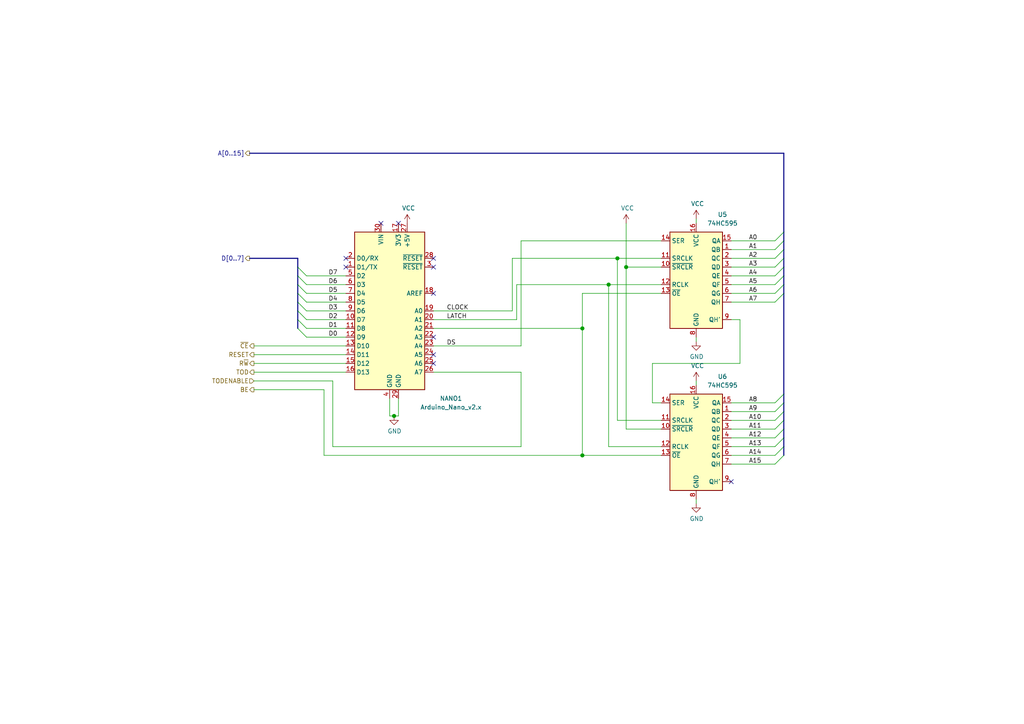
<source format=kicad_sch>
(kicad_sch (version 20201015) (generator eeschema)
  (paper "A4")
  (lib_symbols
    (symbol "74xx:74HC595"
      (property "Reference" "U" (at -7.62 13.97 0))
      (property "Value" "74HC595" (at -7.62 -16.51 0))
      (symbol "74HC595_1_0"
        (pin tri_state line (at 10.16 7.62 180) (length 2.54) (name "QB") (number "1"))
        (pin input line (at -10.16 2.54 0) (length 2.54) (name "~SRCLR") (number "10"))
        (pin input line (at -10.16 5.08 0) (length 2.54) (name "SRCLK") (number "11"))
        (pin input line (at -10.16 -2.54 0) (length 2.54) (name "RCLK") (number "12"))
        (pin input line (at -10.16 -5.08 0) (length 2.54) (name "~OE") (number "13"))
        (pin input line (at -10.16 10.16 0) (length 2.54) (name "SER") (number "14"))
        (pin tri_state line (at 10.16 10.16 180) (length 2.54) (name "QA") (number "15"))
        (pin power_in line (at 0 15.24 270) (length 2.54) (name "VCC") (number "16"))
        (pin tri_state line (at 10.16 5.08 180) (length 2.54) (name "QC") (number "2"))
        (pin tri_state line (at 10.16 2.54 180) (length 2.54) (name "QD") (number "3"))
        (pin tri_state line (at 10.16 0 180) (length 2.54) (name "QE") (number "4"))
        (pin tri_state line (at 10.16 -2.54 180) (length 2.54) (name "QF") (number "5"))
        (pin tri_state line (at 10.16 -5.08 180) (length 2.54) (name "QG") (number "6"))
        (pin tri_state line (at 10.16 -7.62 180) (length 2.54) (name "QH") (number "7"))
        (pin power_in line (at 0 -17.78 90) (length 2.54) (name "GND") (number "8"))
        (pin output line (at 10.16 -12.7 180) (length 2.54) (name "QH'") (number "9"))
      )
      (symbol "74HC595_1_1"
        (rectangle (start -7.62 12.7) (end 7.62 -15.24) (stroke (width 0.254)) (fill (type background)))
      )
    )
    (symbol "MCU_Module:Arduino_Nano_v2.x"
      (property "Reference" "A" (at -10.16 23.495 0))
      (property "Value" "Arduino_Nano_v2.x" (at 5.08 -24.13 0))
      (symbol "Arduino_Nano_v2.x_0_1"
        (rectangle (start -10.16 22.86) (end 10.16 -22.86) (stroke (width 0.254)) (fill (type background)))
      )
      (symbol "Arduino_Nano_v2.x_1_1"
        (pin bidirectional line (at -12.7 12.7 0) (length 2.54) (name "D1/TX") (number "1"))
        (pin bidirectional line (at -12.7 -2.54 0) (length 2.54) (name "D7") (number "10"))
        (pin bidirectional line (at -12.7 -5.08 0) (length 2.54) (name "D8") (number "11"))
        (pin bidirectional line (at -12.7 -7.62 0) (length 2.54) (name "D9") (number "12"))
        (pin bidirectional line (at -12.7 -10.16 0) (length 2.54) (name "D10") (number "13"))
        (pin bidirectional line (at -12.7 -12.7 0) (length 2.54) (name "D11") (number "14"))
        (pin bidirectional line (at -12.7 -15.24 0) (length 2.54) (name "D12") (number "15"))
        (pin bidirectional line (at -12.7 -17.78 0) (length 2.54) (name "D13") (number "16"))
        (pin power_out line (at 2.54 25.4 270) (length 2.54) (name "3V3") (number "17"))
        (pin input line (at 12.7 5.08 180) (length 2.54) (name "AREF") (number "18"))
        (pin bidirectional line (at 12.7 0 180) (length 2.54) (name "A0") (number "19"))
        (pin bidirectional line (at -12.7 15.24 0) (length 2.54) (name "D0/RX") (number "2"))
        (pin bidirectional line (at 12.7 -2.54 180) (length 2.54) (name "A1") (number "20"))
        (pin bidirectional line (at 12.7 -5.08 180) (length 2.54) (name "A2") (number "21"))
        (pin bidirectional line (at 12.7 -7.62 180) (length 2.54) (name "A3") (number "22"))
        (pin bidirectional line (at 12.7 -10.16 180) (length 2.54) (name "A4") (number "23"))
        (pin bidirectional line (at 12.7 -12.7 180) (length 2.54) (name "A5") (number "24"))
        (pin bidirectional line (at 12.7 -15.24 180) (length 2.54) (name "A6") (number "25"))
        (pin bidirectional line (at 12.7 -17.78 180) (length 2.54) (name "A7") (number "26"))
        (pin power_out line (at 5.08 25.4 270) (length 2.54) (name "+5V") (number "27"))
        (pin input line (at 12.7 15.24 180) (length 2.54) (name "~RESET") (number "28"))
        (pin power_in line (at 2.54 -25.4 90) (length 2.54) (name "GND") (number "29"))
        (pin input line (at 12.7 12.7 180) (length 2.54) (name "~RESET") (number "3"))
        (pin power_in line (at -2.54 25.4 270) (length 2.54) (name "VIN") (number "30"))
        (pin power_in line (at 0 -25.4 90) (length 2.54) (name "GND") (number "4"))
        (pin bidirectional line (at -12.7 10.16 0) (length 2.54) (name "D2") (number "5"))
        (pin bidirectional line (at -12.7 7.62 0) (length 2.54) (name "D3") (number "6"))
        (pin bidirectional line (at -12.7 5.08 0) (length 2.54) (name "D4") (number "7"))
        (pin bidirectional line (at -12.7 2.54 0) (length 2.54) (name "D5") (number "8"))
        (pin bidirectional line (at -12.7 0 0) (length 2.54) (name "D6") (number "9"))
      )
    )
    (symbol "power:GND" (power) (pin_names (offset 0))
      (property "Value" "GND" (at 0 -3.81 0))
      (symbol "GND_0_1"
        (polyline (pts (xy 0 0) (xy 0 -1.27) (xy 1.27 -1.27) (xy 0 -2.54) (xy -1.27 -1.27) (xy 0 -1.27)))
      )
      (symbol "GND_1_1"
        (pin power_in line (at 0 0 270) (length 0) hide (name "GND") (number "1"))
      )
    )
    (symbol "power:VCC" (power) (pin_names (offset 0))
      (property "Value" "VCC" (at 0 3.81 0))
      (symbol "VCC_0_1"
        (polyline (pts (xy -0.762 1.27) (xy 0 2.54)))
        (polyline (pts (xy 0 0) (xy 0 2.54)))
        (polyline (pts (xy 0 2.54) (xy 0.762 1.27)))
      )
      (symbol "VCC_1_1"
        (pin power_in line (at 0 0 90) (length 0) hide (name "VCC") (number "1"))
      )
    )
  )
  (junction (at 114.3 120.65) (diameter 1.016))
  (junction (at 168.91 95.25) (diameter 1.016))
  (junction (at 168.91 132.08) (diameter 1.016))
  (junction (at 176.53 82.55) (diameter 1.016))
  (junction (at 179.07 74.93) (diameter 1.016))
  (junction (at 181.61 77.47) (diameter 1.016))
  (no_connect (at 125.73 77.47))
  (no_connect (at 125.73 97.79))
  (no_connect (at 100.33 74.93))
  (no_connect (at 125.73 105.41))
  (no_connect (at 125.73 85.09))
  (no_connect (at 125.73 102.87))
  (no_connect (at 125.73 74.93))
  (no_connect (at 115.57 64.77))
  (no_connect (at 110.49 64.77))
  (no_connect (at 212.09 139.7))
  (no_connect (at 100.33 77.47))
  (bus_entry (at 88.9 80.01) (size -2.54 -2.54) (stroke (width 0.1524)))
  (bus_entry (at 88.9 82.55) (size -2.54 -2.54) (stroke (width 0.1524)))
  (bus_entry (at 88.9 85.09) (size -2.54 -2.54) (stroke (width 0.1524)))
  (bus_entry (at 88.9 87.63) (size -2.54 -2.54) (stroke (width 0.1524)))
  (bus_entry (at 88.9 90.17) (size -2.54 -2.54) (stroke (width 0.1524)))
  (bus_entry (at 88.9 92.71) (size -2.54 -2.54) (stroke (width 0.1524)))
  (bus_entry (at 88.9 95.25) (size -2.54 -2.54) (stroke (width 0.1524)))
  (bus_entry (at 88.9 97.79) (size -2.54 -2.54) (stroke (width 0.1524)))
  (bus_entry (at 224.79 69.85) (size 2.54 -2.54) (stroke (width 0.1524)))
  (bus_entry (at 224.79 72.39) (size 2.54 -2.54) (stroke (width 0.1524)))
  (bus_entry (at 224.79 74.93) (size 2.54 -2.54) (stroke (width 0.1524)))
  (bus_entry (at 224.79 77.47) (size 2.54 -2.54) (stroke (width 0.1524)))
  (bus_entry (at 224.79 80.01) (size 2.54 -2.54) (stroke (width 0.1524)))
  (bus_entry (at 224.79 82.55) (size 2.54 -2.54) (stroke (width 0.1524)))
  (bus_entry (at 224.79 85.09) (size 2.54 -2.54) (stroke (width 0.1524)))
  (bus_entry (at 224.79 87.63) (size 2.54 -2.54) (stroke (width 0.1524)))
  (bus_entry (at 224.79 116.84) (size 2.54 -2.54) (stroke (width 0.1524)))
  (bus_entry (at 224.79 119.38) (size 2.54 -2.54) (stroke (width 0.1524)))
  (bus_entry (at 224.79 121.92) (size 2.54 -2.54) (stroke (width 0.1524)))
  (bus_entry (at 224.79 124.46) (size 2.54 -2.54) (stroke (width 0.1524)))
  (bus_entry (at 224.79 127) (size 2.54 -2.54) (stroke (width 0.1524)))
  (bus_entry (at 224.79 129.54) (size 2.54 -2.54) (stroke (width 0.1524)))
  (bus_entry (at 224.79 132.08) (size 2.54 -2.54) (stroke (width 0.1524)))
  (bus_entry (at 224.79 134.62) (size 2.54 -2.54) (stroke (width 0.1524)))
  (wire (pts (xy 73.66 110.49) (xy 96.52 110.49)))
  (wire (pts (xy 93.98 113.03) (xy 73.66 113.03)))
  (wire (pts (xy 93.98 132.08) (xy 93.98 113.03)))
  (wire (pts (xy 96.52 110.49) (xy 96.52 129.54)))
  (wire (pts (xy 96.52 129.54) (xy 151.13 129.54)))
  (wire (pts (xy 100.33 80.01) (xy 88.9 80.01)))
  (wire (pts (xy 100.33 82.55) (xy 88.9 82.55)))
  (wire (pts (xy 100.33 85.09) (xy 88.9 85.09)))
  (wire (pts (xy 100.33 87.63) (xy 88.9 87.63)))
  (wire (pts (xy 100.33 90.17) (xy 88.9 90.17)))
  (wire (pts (xy 100.33 92.71) (xy 88.9 92.71)))
  (wire (pts (xy 100.33 95.25) (xy 88.9 95.25)))
  (wire (pts (xy 100.33 97.79) (xy 88.9 97.79)))
  (wire (pts (xy 100.33 100.33) (xy 73.66 100.33)))
  (wire (pts (xy 100.33 102.87) (xy 73.66 102.87)))
  (wire (pts (xy 100.33 105.41) (xy 73.66 105.41)))
  (wire (pts (xy 100.33 107.95) (xy 73.66 107.95)))
  (wire (pts (xy 113.03 115.57) (xy 113.03 120.65)))
  (wire (pts (xy 113.03 120.65) (xy 114.3 120.65)))
  (wire (pts (xy 114.3 120.65) (xy 115.57 120.65)))
  (wire (pts (xy 115.57 120.65) (xy 115.57 115.57)))
  (wire (pts (xy 125.73 90.17) (xy 148.59 90.17)))
  (wire (pts (xy 125.73 92.71) (xy 149.86 92.71)))
  (wire (pts (xy 125.73 95.25) (xy 168.91 95.25)))
  (wire (pts (xy 125.73 100.33) (xy 151.13 100.33)))
  (wire (pts (xy 125.73 107.95) (xy 151.13 107.95)))
  (wire (pts (xy 148.59 74.93) (xy 179.07 74.93)))
  (wire (pts (xy 148.59 90.17) (xy 148.59 74.93)))
  (wire (pts (xy 149.86 82.55) (xy 176.53 82.55)))
  (wire (pts (xy 149.86 92.71) (xy 149.86 82.55)))
  (wire (pts (xy 151.13 69.85) (xy 191.77 69.85)))
  (wire (pts (xy 151.13 100.33) (xy 151.13 69.85)))
  (wire (pts (xy 151.13 129.54) (xy 151.13 107.95)))
  (wire (pts (xy 168.91 85.09) (xy 168.91 95.25)))
  (wire (pts (xy 168.91 85.09) (xy 191.77 85.09)))
  (wire (pts (xy 168.91 95.25) (xy 168.91 132.08)))
  (wire (pts (xy 168.91 132.08) (xy 93.98 132.08)))
  (wire (pts (xy 168.91 132.08) (xy 191.77 132.08)))
  (wire (pts (xy 176.53 82.55) (xy 176.53 129.54)))
  (wire (pts (xy 176.53 82.55) (xy 191.77 82.55)))
  (wire (pts (xy 176.53 129.54) (xy 191.77 129.54)))
  (wire (pts (xy 179.07 74.93) (xy 179.07 121.92)))
  (wire (pts (xy 179.07 74.93) (xy 191.77 74.93)))
  (wire (pts (xy 179.07 121.92) (xy 191.77 121.92)))
  (wire (pts (xy 181.61 64.77) (xy 181.61 77.47)))
  (wire (pts (xy 181.61 77.47) (xy 181.61 124.46)))
  (wire (pts (xy 181.61 77.47) (xy 191.77 77.47)))
  (wire (pts (xy 181.61 124.46) (xy 191.77 124.46)))
  (wire (pts (xy 189.23 105.41) (xy 189.23 116.84)))
  (wire (pts (xy 189.23 116.84) (xy 191.77 116.84)))
  (wire (pts (xy 201.93 64.77) (xy 201.93 63.5)))
  (wire (pts (xy 201.93 97.79) (xy 201.93 99.06)))
  (wire (pts (xy 201.93 111.76) (xy 201.93 110.49)))
  (wire (pts (xy 201.93 144.78) (xy 201.93 146.05)))
  (wire (pts (xy 212.09 69.85) (xy 224.79 69.85)))
  (wire (pts (xy 212.09 72.39) (xy 224.79 72.39)))
  (wire (pts (xy 212.09 74.93) (xy 224.79 74.93)))
  (wire (pts (xy 212.09 77.47) (xy 224.79 77.47)))
  (wire (pts (xy 212.09 80.01) (xy 224.79 80.01)))
  (wire (pts (xy 212.09 82.55) (xy 224.79 82.55)))
  (wire (pts (xy 212.09 85.09) (xy 224.79 85.09)))
  (wire (pts (xy 212.09 87.63) (xy 224.79 87.63)))
  (wire (pts (xy 212.09 92.71) (xy 214.63 92.71)))
  (wire (pts (xy 212.09 116.84) (xy 224.79 116.84)))
  (wire (pts (xy 212.09 119.38) (xy 224.79 119.38)))
  (wire (pts (xy 212.09 121.92) (xy 224.79 121.92)))
  (wire (pts (xy 212.09 124.46) (xy 224.79 124.46)))
  (wire (pts (xy 212.09 127) (xy 224.79 127)))
  (wire (pts (xy 212.09 129.54) (xy 224.79 129.54)))
  (wire (pts (xy 212.09 132.08) (xy 224.79 132.08)))
  (wire (pts (xy 212.09 134.62) (xy 224.79 134.62)))
  (wire (pts (xy 214.63 92.71) (xy 214.63 105.41)))
  (wire (pts (xy 214.63 105.41) (xy 189.23 105.41)))
  (bus (pts (xy 72.39 44.45) (xy 227.33 44.45)))
  (bus (pts (xy 72.39 74.93) (xy 86.36 74.93)))
  (bus (pts (xy 86.36 74.93) (xy 86.36 77.47)))
  (bus (pts (xy 86.36 77.47) (xy 86.36 80.01)))
  (bus (pts (xy 86.36 80.01) (xy 86.36 82.55)))
  (bus (pts (xy 86.36 82.55) (xy 86.36 85.09)))
  (bus (pts (xy 86.36 85.09) (xy 86.36 87.63)))
  (bus (pts (xy 86.36 87.63) (xy 86.36 90.17)))
  (bus (pts (xy 86.36 90.17) (xy 86.36 92.71)))
  (bus (pts (xy 86.36 92.71) (xy 86.36 95.25)))
  (bus (pts (xy 227.33 44.45) (xy 227.33 67.31)))
  (bus (pts (xy 227.33 67.31) (xy 227.33 69.85)))
  (bus (pts (xy 227.33 69.85) (xy 227.33 72.39)))
  (bus (pts (xy 227.33 72.39) (xy 227.33 74.93)))
  (bus (pts (xy 227.33 74.93) (xy 227.33 77.47)))
  (bus (pts (xy 227.33 77.47) (xy 227.33 80.01)))
  (bus (pts (xy 227.33 80.01) (xy 227.33 82.55)))
  (bus (pts (xy 227.33 82.55) (xy 227.33 85.09)))
  (bus (pts (xy 227.33 85.09) (xy 227.33 114.3)))
  (bus (pts (xy 227.33 114.3) (xy 227.33 116.84)))
  (bus (pts (xy 227.33 116.84) (xy 227.33 119.38)))
  (bus (pts (xy 227.33 119.38) (xy 227.33 121.92)))
  (bus (pts (xy 227.33 121.92) (xy 227.33 124.46)))
  (bus (pts (xy 227.33 124.46) (xy 227.33 127)))
  (bus (pts (xy 227.33 127) (xy 227.33 129.54)))
  (bus (pts (xy 227.33 129.54) (xy 227.33 132.08)))
  (label "D7" (at 95.25 80.01 0))
  (label "D6" (at 95.25 82.55 0))
  (label "D5" (at 95.25 85.09 0))
  (label "D4" (at 95.25 87.63 0))
  (label "D3" (at 95.25 90.17 0))
  (label "D2" (at 95.25 92.71 0))
  (label "D1" (at 95.25 95.25 0))
  (label "D0" (at 95.25 97.79 0))
  (label "CLOCK" (at 129.54 90.17 0))
  (label "LATCH" (at 129.54 92.71 0))
  (label "DS" (at 129.54 100.33 0))
  (label "A0" (at 217.17 69.85 0))
  (label "A1" (at 217.17 72.39 0))
  (label "A2" (at 217.17 74.93 0))
  (label "A3" (at 217.17 77.47 0))
  (label "A4" (at 217.17 80.01 0))
  (label "A5" (at 217.17 82.55 0))
  (label "A6" (at 217.17 85.09 0))
  (label "A7" (at 217.17 87.63 0))
  (label "A8" (at 217.17 116.84 0))
  (label "A9" (at 217.17 119.38 0))
  (label "A10" (at 217.17 121.92 0))
  (label "A11" (at 217.17 124.46 0))
  (label "A12" (at 217.17 127 0))
  (label "A13" (at 217.17 129.54 0))
  (label "A14" (at 217.17 132.08 0))
  (label "A15" (at 217.17 134.62 0))
  (hierarchical_label "A[0..15]" (shape output) (at 72.39 44.45 180))
  (hierarchical_label "D[0..7]" (shape output) (at 72.39 74.93 180))
  (hierarchical_label "~CE" (shape output) (at 73.66 100.33 180))
  (hierarchical_label "RESET" (shape output) (at 73.66 102.87 180))
  (hierarchical_label "R~W" (shape output) (at 73.66 105.41 180))
  (hierarchical_label "TOD" (shape output) (at 73.66 107.95 180))
  (hierarchical_label "TODENABLE" (shape input) (at 73.66 110.49 180))
  (hierarchical_label "BE" (shape output) (at 73.66 113.03 180))
  (symbol (lib_id "power:VCC") (at 118.11 64.77 0) (unit 1)
    (property "Reference" "#PWR0131" (effects hide))
    (property "Value" "VCC" (at 118.491 60.3758 0))
  )
  (symbol (lib_id "power:VCC") (at 181.61 64.77 0) (unit 1)
    (property "Reference" "#PWR0134" (effects hide))
    (property "Value" "VCC" (at 181.991 60.3758 0))
  )
  (symbol (lib_id "power:VCC") (at 201.93 63.5 0) (unit 1)
    (property "Reference" "#PWR0132" (effects hide))
    (property "Value" "VCC" (at 202.311 59.1058 0))
  )
  (symbol (lib_id "power:VCC") (at 201.93 110.49 0) (unit 1)
    (property "Reference" "#PWR0135" (effects hide))
    (property "Value" "VCC" (at 202.311 106.0958 0))
  )
  (symbol (lib_id "power:GND") (at 114.3 120.65 0) (unit 1)
    (property "Reference" "#PWR0130" (effects hide))
    (property "Value" "GND" (at 114.427 125.0442 0))
  )
  (symbol (lib_id "power:GND") (at 201.93 99.06 0) (unit 1)
    (property "Reference" "#PWR0133" (effects hide))
    (property "Value" "GND" (at 202.057 103.4542 0))
  )
  (symbol (lib_id "power:GND") (at 201.93 146.05 0) (unit 1)
    (property "Reference" "#PWR0136" (effects hide))
    (property "Value" "GND" (at 202.057 150.4442 0))
  )
  (symbol (lib_id "74xx:74HC595") (at 201.93 80.01 0) (unit 1)
    (property "Reference" "U5" (at 209.55 62.23 0))
    (property "Value" "74HC595" (at 209.55 64.77 0))
    (property "Footprint" "Package_SO:SOIC-16_3.9x9.9mm_P1.27mm" (effects hide))
    (property "Datasheet" "http://www.ti.com/lit/ds/symlink/sn74hc595.pdf" (effects hide))
  )
  (symbol (lib_id "74xx:74HC595") (at 201.93 127 0) (unit 1)
    (property "Reference" "U6" (at 209.55 109.22 0))
    (property "Value" "74HC595" (at 209.55 111.76 0))
    (property "Footprint" "Package_SO:SOIC-16_3.9x9.9mm_P1.27mm" (effects hide))
    (property "Datasheet" "http://www.ti.com/lit/ds/symlink/sn74hc595.pdf" (effects hide))
  )
  (symbol (lib_id "MCU_Module:Arduino_Nano_v2.x") (at 113.03 90.17 0) (unit 1)
    (property "Reference" "NANO1" (at 130.81 115.57 0))
    (property "Value" "Arduino_Nano_v2.x" (at 130.81 118.11 0))
    (property "Footprint" "Module:Arduino_Nano" (effects hide))
    (property "Datasheet" "https://www.arduino.cc/en/uploads/Main/ArduinoNanoManual23.pdf" (effects hide))
  )
)
</source>
